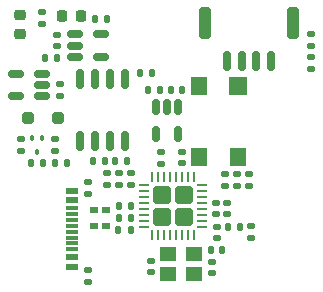
<source format=gtp>
G04 #@! TF.GenerationSoftware,KiCad,Pcbnew,8.0.3*
G04 #@! TF.CreationDate,2024-07-05T13:17:58+02:00*
G04 #@! TF.ProjectId,ESP32-C3-V2,45535033-322d-4433-932d-56322e6b6963,rev?*
G04 #@! TF.SameCoordinates,Original*
G04 #@! TF.FileFunction,Paste,Top*
G04 #@! TF.FilePolarity,Positive*
%FSLAX46Y46*%
G04 Gerber Fmt 4.6, Leading zero omitted, Abs format (unit mm)*
G04 Created by KiCad (PCBNEW 8.0.3) date 2024-07-05 13:17:58*
%MOMM*%
%LPD*%
G01*
G04 APERTURE LIST*
G04 Aperture macros list*
%AMRoundRect*
0 Rectangle with rounded corners*
0 $1 Rounding radius*
0 $2 $3 $4 $5 $6 $7 $8 $9 X,Y pos of 4 corners*
0 Add a 4 corners polygon primitive as box body*
4,1,4,$2,$3,$4,$5,$6,$7,$8,$9,$2,$3,0*
0 Add four circle primitives for the rounded corners*
1,1,$1+$1,$2,$3*
1,1,$1+$1,$4,$5*
1,1,$1+$1,$6,$7*
1,1,$1+$1,$8,$9*
0 Add four rect primitives between the rounded corners*
20,1,$1+$1,$2,$3,$4,$5,0*
20,1,$1+$1,$4,$5,$6,$7,0*
20,1,$1+$1,$6,$7,$8,$9,0*
20,1,$1+$1,$8,$9,$2,$3,0*%
G04 Aperture macros list end*
%ADD10RoundRect,0.140000X-0.170000X0.140000X-0.170000X-0.140000X0.170000X-0.140000X0.170000X0.140000X0*%
%ADD11RoundRect,0.135000X-0.185000X0.135000X-0.185000X-0.135000X0.185000X-0.135000X0.185000X0.135000X0*%
%ADD12RoundRect,0.135000X-0.135000X-0.185000X0.135000X-0.185000X0.135000X0.185000X-0.135000X0.185000X0*%
%ADD13RoundRect,0.150000X0.150000X0.700000X-0.150000X0.700000X-0.150000X-0.700000X0.150000X-0.700000X0*%
%ADD14RoundRect,0.250000X0.250000X1.100000X-0.250000X1.100000X-0.250000X-1.100000X0.250000X-1.100000X0*%
%ADD15RoundRect,0.140000X-0.140000X-0.170000X0.140000X-0.170000X0.140000X0.170000X-0.140000X0.170000X0*%
%ADD16RoundRect,0.140000X0.170000X-0.140000X0.170000X0.140000X-0.170000X0.140000X-0.170000X-0.140000X0*%
%ADD17RoundRect,0.135000X0.135000X0.185000X-0.135000X0.185000X-0.135000X-0.185000X0.135000X-0.185000X0*%
%ADD18R,0.700000X0.600000*%
%ADD19RoundRect,0.218750X0.256250X-0.218750X0.256250X0.218750X-0.256250X0.218750X-0.256250X-0.218750X0*%
%ADD20R,1.140000X0.600000*%
%ADD21R,1.140000X0.300000*%
%ADD22RoundRect,0.140000X0.140000X0.170000X-0.140000X0.170000X-0.140000X-0.170000X0.140000X-0.170000X0*%
%ADD23RoundRect,0.250000X0.250000X0.250000X-0.250000X0.250000X-0.250000X-0.250000X0.250000X-0.250000X0*%
%ADD24RoundRect,0.135000X0.185000X-0.135000X0.185000X0.135000X-0.185000X0.135000X-0.185000X-0.135000X0*%
%ADD25RoundRect,0.218750X0.218750X0.256250X-0.218750X0.256250X-0.218750X-0.256250X0.218750X-0.256250X0*%
%ADD26RoundRect,0.100000X-0.100000X0.125000X-0.100000X-0.125000X0.100000X-0.125000X0.100000X0.125000X0*%
%ADD27R,1.500000X1.500000*%
%ADD28R,1.400000X1.600000*%
%ADD29RoundRect,0.150000X-0.150000X0.512500X-0.150000X-0.512500X0.150000X-0.512500X0.150000X0.512500X0*%
%ADD30RoundRect,0.250000X0.495000X0.495000X-0.495000X0.495000X-0.495000X-0.495000X0.495000X-0.495000X0*%
%ADD31RoundRect,0.062500X0.337500X0.062500X-0.337500X0.062500X-0.337500X-0.062500X0.337500X-0.062500X0*%
%ADD32RoundRect,0.062500X0.062500X0.337500X-0.062500X0.337500X-0.062500X-0.337500X0.062500X-0.337500X0*%
%ADD33RoundRect,0.150000X-0.512500X-0.150000X0.512500X-0.150000X0.512500X0.150000X-0.512500X0.150000X0*%
%ADD34R,1.400000X1.200000*%
%ADD35RoundRect,0.150000X0.150000X-0.675000X0.150000X0.675000X-0.150000X0.675000X-0.150000X-0.675000X0*%
%ADD36RoundRect,0.150000X0.512500X0.150000X-0.512500X0.150000X-0.512500X-0.150000X0.512500X-0.150000X0*%
G04 APERTURE END LIST*
D10*
G04 #@! TO.C,C3*
X54200000Y-7220000D03*
X54200000Y-8180000D03*
G04 #@! TD*
D11*
G04 #@! TO.C,R3*
X40400000Y-10890000D03*
X40400000Y-11910000D03*
G04 #@! TD*
D10*
G04 #@! TO.C,C5*
X48400000Y-920000D03*
X48400000Y-1880000D03*
G04 #@! TD*
D12*
G04 #@! TO.C,R14*
X37590000Y-1820000D03*
X38610000Y-1820000D03*
G04 #@! TD*
D11*
G04 #@! TO.C,R9*
X59300000Y9110000D03*
X59300000Y8090000D03*
G04 #@! TD*
G04 #@! TO.C,R5*
X42000000Y-2690000D03*
X42000000Y-3710000D03*
G04 #@! TD*
D13*
G04 #@! TO.C,J3*
X55900000Y6800000D03*
X54650000Y6800000D03*
X53400000Y6800000D03*
X52150000Y6800000D03*
D14*
X57750000Y10000000D03*
X50300000Y10000000D03*
G04 #@! TD*
D15*
G04 #@! TO.C,C1*
X50820000Y-9200000D03*
X51780000Y-9200000D03*
G04 #@! TD*
D16*
G04 #@! TO.C,C12*
X37600000Y-800000D03*
X37600000Y160000D03*
G04 #@! TD*
D10*
G04 #@! TO.C,C16*
X50900000Y-10190000D03*
X50900000Y-11150000D03*
G04 #@! TD*
D17*
G04 #@! TO.C,R12*
X44010000Y-5490000D03*
X42990000Y-5490000D03*
G04 #@! TD*
D16*
G04 #@! TO.C,C11*
X44000000Y-3680000D03*
X44000000Y-2720000D03*
G04 #@! TD*
G04 #@! TO.C,C13*
X43000000Y-3680000D03*
X43000000Y-2720000D03*
G04 #@! TD*
D18*
G04 #@! TO.C,D1*
X41900000Y-5790000D03*
X40900000Y-5790000D03*
X40900000Y-7190000D03*
X41900000Y-7190000D03*
G04 #@! TD*
D19*
G04 #@! TO.C,D2*
X34600000Y9112500D03*
X34600000Y10687500D03*
G04 #@! TD*
D10*
G04 #@! TO.C,C6*
X51300000Y-7270000D03*
X51300000Y-8230000D03*
G04 #@! TD*
D20*
G04 #@! TO.C,U1*
X39070000Y-4210000D03*
X39070000Y-5010000D03*
D21*
X39070000Y-6160000D03*
X39070000Y-7160000D03*
X39070000Y-7660000D03*
X39070000Y-8660000D03*
D20*
X39070000Y-9810000D03*
X39070000Y-10610000D03*
X39070000Y-10610000D03*
X39070000Y-9810000D03*
D21*
X39070000Y-9160000D03*
X39070000Y-8160000D03*
X39070000Y-6660000D03*
X39070000Y-5660000D03*
D20*
X39070000Y-5010000D03*
X39070000Y-4210000D03*
G04 #@! TD*
D12*
G04 #@! TO.C,R4*
X45490000Y4350000D03*
X46510000Y4350000D03*
G04 #@! TD*
D17*
G04 #@! TO.C,R8*
X44000000Y-7500000D03*
X42980000Y-7500000D03*
G04 #@! TD*
D11*
G04 #@! TO.C,R1*
X53000000Y-2790000D03*
X53000000Y-3810000D03*
G04 #@! TD*
D22*
G04 #@! TO.C,C15*
X41980000Y10325000D03*
X41020000Y10325000D03*
G04 #@! TD*
G04 #@! TO.C,C8*
X43680000Y-1700000D03*
X42720000Y-1700000D03*
G04 #@! TD*
D17*
G04 #@! TO.C,R16*
X41810000Y-1700000D03*
X40790000Y-1700000D03*
G04 #@! TD*
D12*
G04 #@! TO.C,R13*
X35590000Y-1820000D03*
X36610000Y-1820000D03*
G04 #@! TD*
D11*
G04 #@! TO.C,R19*
X52000000Y-2790000D03*
X52000000Y-3810000D03*
G04 #@! TD*
D17*
G04 #@! TO.C,L1*
X53310000Y-7250000D03*
X52290000Y-7250000D03*
G04 #@! TD*
D23*
G04 #@! TO.C,D4*
X37850000Y2000000D03*
X35350000Y2000000D03*
G04 #@! TD*
D11*
G04 #@! TO.C,R15*
X34700000Y190000D03*
X34700000Y-830000D03*
G04 #@! TD*
D24*
G04 #@! TO.C,R2*
X40400000Y-4510000D03*
X40400000Y-3490000D03*
G04 #@! TD*
D25*
G04 #@! TO.C,D3*
X39787500Y10600000D03*
X38212500Y10600000D03*
G04 #@! TD*
D24*
G04 #@! TO.C,R11*
X36500000Y9890000D03*
X36500000Y10910000D03*
G04 #@! TD*
G04 #@! TO.C,R10*
X59300000Y6090000D03*
X59300000Y7110000D03*
G04 #@! TD*
D17*
G04 #@! TO.C,R17*
X37800000Y7005000D03*
X36780000Y7005000D03*
G04 #@! TD*
D26*
G04 #@! TO.C,Q1*
X36500000Y255000D03*
X35700000Y255000D03*
X36100000Y-895000D03*
G04 #@! TD*
D10*
G04 #@! TO.C,C18*
X37790000Y8985000D03*
X37790000Y8025000D03*
G04 #@! TD*
D27*
G04 #@! TO.C,SW2*
X53100000Y4700000D03*
D28*
X53100000Y-1300000D03*
X49800000Y4700000D03*
X49800000Y-1300000D03*
G04 #@! TD*
D16*
G04 #@! TO.C,C14*
X54000000Y-3780000D03*
X54000000Y-2820000D03*
G04 #@! TD*
D11*
G04 #@! TO.C,R6*
X46600000Y-890000D03*
X46600000Y-1910000D03*
G04 #@! TD*
D15*
G04 #@! TO.C,C9*
X44820000Y5800000D03*
X45780000Y5800000D03*
G04 #@! TD*
D17*
G04 #@! TO.C,R7*
X44010000Y-6490000D03*
X42990000Y-6490000D03*
G04 #@! TD*
D24*
G04 #@! TO.C,R18*
X38000000Y3840000D03*
X38000000Y4860000D03*
G04 #@! TD*
D29*
G04 #@! TO.C,U5*
X48050000Y2887500D03*
X47100000Y2887500D03*
X46150000Y2887500D03*
X46150000Y612500D03*
X48050000Y612500D03*
G04 #@! TD*
D10*
G04 #@! TO.C,C7*
X51250000Y-5220000D03*
X51250000Y-6180000D03*
G04 #@! TD*
D30*
G04 #@! TO.C,U3*
X48525000Y-6425000D03*
X48525000Y-4575000D03*
X46675000Y-6425000D03*
X46675000Y-4575000D03*
D31*
X50050000Y-7250000D03*
X50050000Y-6750000D03*
X50050000Y-6250000D03*
X50050000Y-5750000D03*
X50050000Y-5250000D03*
X50050000Y-4750000D03*
X50050000Y-4250000D03*
X50050000Y-3750000D03*
D32*
X49350000Y-3050000D03*
X48850000Y-3050000D03*
X48350000Y-3050000D03*
X47850000Y-3050000D03*
X47350000Y-3050000D03*
X46850000Y-3050000D03*
X46350000Y-3050000D03*
X45850000Y-3050000D03*
D31*
X45150000Y-3750000D03*
X45150000Y-4250000D03*
X45150000Y-4750000D03*
X45150000Y-5250000D03*
X45150000Y-5750000D03*
X45150000Y-6250000D03*
X45150000Y-6750000D03*
X45150000Y-7250000D03*
D32*
X45850000Y-7950000D03*
X46350000Y-7950000D03*
X46850000Y-7950000D03*
X47350000Y-7950000D03*
X47850000Y-7950000D03*
X48350000Y-7950000D03*
X48850000Y-7950000D03*
X49350000Y-7950000D03*
G04 #@! TD*
D10*
G04 #@! TO.C,C2*
X52200000Y-5220000D03*
X52200000Y-6180000D03*
G04 #@! TD*
D33*
G04 #@! TO.C,U6*
X39262500Y9050000D03*
X39262500Y8100000D03*
X39262500Y7150000D03*
X41537500Y7150000D03*
X41537500Y9050000D03*
G04 #@! TD*
D15*
G04 #@! TO.C,C4*
X47400000Y4350000D03*
X48360000Y4350000D03*
G04 #@! TD*
D34*
G04 #@! TO.C,Y1*
X49400000Y-9550000D03*
X47200000Y-9550000D03*
X47200000Y-11250000D03*
X49400000Y-11250000D03*
G04 #@! TD*
D35*
G04 #@! TO.C,U4*
X39695000Y-25000D03*
X40965000Y-25000D03*
X42235000Y-25000D03*
X43505000Y-25000D03*
X43505000Y5225000D03*
X42235000Y5225000D03*
X40965000Y5225000D03*
X39695000Y5225000D03*
G04 #@! TD*
D36*
G04 #@! TO.C,U2*
X36537500Y3800000D03*
X36537500Y4750000D03*
X36537500Y5700000D03*
X34262500Y5700000D03*
X34262500Y3800000D03*
G04 #@! TD*
D16*
G04 #@! TO.C,C17*
X45700000Y-11080000D03*
X45700000Y-10120000D03*
G04 #@! TD*
M02*

</source>
